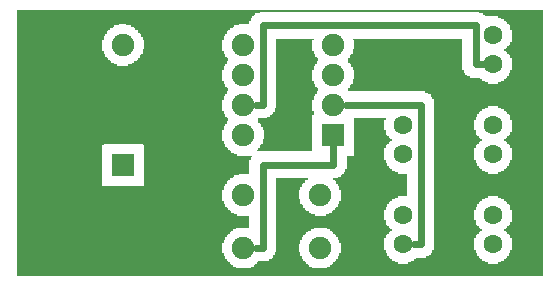
<source format=gbl>
G04 MADE WITH FRITZING*
G04 WWW.FRITZING.ORG*
G04 DOUBLE SIDED*
G04 HOLES PLATED*
G04 CONTOUR ON CENTER OF CONTOUR VECTOR*
%ASAXBY*%
%FSLAX23Y23*%
%MOIN*%
%OFA0B0*%
%SFA1.0B1.0*%
%ADD10C,0.075000*%
%ADD11C,0.062992*%
%ADD12R,0.075000X0.075000*%
%ADD13C,0.024000*%
%LNCOPPER0*%
G90*
G70*
G54D10*
X914Y719D03*
X471Y820D03*
X1011Y96D03*
X755Y96D03*
X1011Y273D03*
X755Y273D03*
G54D11*
X1288Y108D03*
X1288Y206D03*
X1288Y408D03*
X1288Y506D03*
X1588Y108D03*
X1588Y206D03*
X1588Y408D03*
X1588Y506D03*
G54D10*
X1055Y473D03*
X755Y473D03*
X1055Y573D03*
X755Y573D03*
X1055Y673D03*
X755Y673D03*
X1055Y773D03*
X755Y773D03*
G54D11*
X1588Y708D03*
X1588Y806D03*
G54D10*
X355Y373D03*
X355Y773D03*
G54D12*
X1055Y473D03*
X355Y373D03*
G54D13*
X796Y96D02*
X819Y96D01*
D02*
X819Y96D02*
X819Y373D01*
D02*
X819Y373D02*
X1055Y373D01*
D02*
X1055Y373D02*
X1055Y432D01*
D02*
X1096Y573D02*
X1346Y573D01*
D02*
X1346Y573D02*
X1346Y108D01*
D02*
X1346Y108D02*
X1324Y108D01*
D02*
X796Y573D02*
X819Y573D01*
D02*
X819Y573D02*
X819Y838D01*
D02*
X819Y838D02*
X1529Y838D01*
D02*
X1529Y838D02*
X1529Y708D01*
D02*
X1529Y708D02*
X1551Y708D01*
G36*
X865Y794D02*
X865Y564D01*
X860Y564D01*
X860Y549D01*
X855Y549D01*
X855Y544D01*
X850Y544D01*
X850Y539D01*
X845Y539D01*
X845Y534D01*
X835Y534D01*
X835Y529D01*
X805Y529D01*
X805Y514D01*
X810Y514D01*
X810Y509D01*
X815Y509D01*
X815Y499D01*
X820Y499D01*
X820Y489D01*
X825Y489D01*
X825Y459D01*
X820Y459D01*
X820Y444D01*
X815Y444D01*
X815Y439D01*
X810Y439D01*
X810Y429D01*
X805Y429D01*
X805Y424D01*
X800Y424D01*
X800Y419D01*
X985Y419D01*
X985Y539D01*
X990Y539D01*
X990Y554D01*
X985Y554D01*
X985Y589D01*
X990Y589D01*
X990Y604D01*
X995Y604D01*
X995Y609D01*
X1000Y609D01*
X1000Y619D01*
X1005Y619D01*
X1005Y629D01*
X1000Y629D01*
X1000Y634D01*
X995Y634D01*
X995Y644D01*
X990Y644D01*
X990Y654D01*
X985Y654D01*
X985Y689D01*
X990Y689D01*
X990Y704D01*
X995Y704D01*
X995Y709D01*
X1000Y709D01*
X1000Y719D01*
X1005Y719D01*
X1005Y729D01*
X1000Y729D01*
X1000Y734D01*
X995Y734D01*
X995Y744D01*
X990Y744D01*
X990Y754D01*
X985Y754D01*
X985Y789D01*
X990Y789D01*
X990Y794D01*
X865Y794D01*
G37*
D02*
G36*
X0Y889D02*
X0Y884D01*
X1540Y884D01*
X1540Y879D01*
X1555Y879D01*
X1555Y874D01*
X1560Y874D01*
X1560Y869D01*
X1605Y869D01*
X1605Y864D01*
X1615Y864D01*
X1615Y859D01*
X1625Y859D01*
X1625Y854D01*
X1630Y854D01*
X1630Y849D01*
X1635Y849D01*
X1635Y844D01*
X1640Y844D01*
X1640Y839D01*
X1645Y839D01*
X1645Y824D01*
X1650Y824D01*
X1650Y784D01*
X1645Y784D01*
X1645Y774D01*
X1640Y774D01*
X1640Y769D01*
X1635Y769D01*
X1635Y764D01*
X1630Y764D01*
X1630Y759D01*
X1625Y759D01*
X1625Y754D01*
X1630Y754D01*
X1630Y749D01*
X1635Y749D01*
X1635Y744D01*
X1640Y744D01*
X1640Y739D01*
X1645Y739D01*
X1645Y729D01*
X1650Y729D01*
X1650Y689D01*
X1645Y689D01*
X1645Y679D01*
X1640Y679D01*
X1640Y669D01*
X1635Y669D01*
X1635Y664D01*
X1630Y664D01*
X1630Y659D01*
X1625Y659D01*
X1625Y654D01*
X1615Y654D01*
X1615Y649D01*
X1605Y649D01*
X1605Y644D01*
X1755Y644D01*
X1755Y889D01*
X0Y889D01*
G37*
D02*
G36*
X0Y884D02*
X0Y844D01*
X365Y844D01*
X365Y839D01*
X380Y839D01*
X380Y834D01*
X390Y834D01*
X390Y829D01*
X395Y829D01*
X395Y824D01*
X405Y824D01*
X405Y814D01*
X410Y814D01*
X410Y809D01*
X415Y809D01*
X415Y799D01*
X420Y799D01*
X420Y789D01*
X425Y789D01*
X425Y759D01*
X420Y759D01*
X420Y744D01*
X415Y744D01*
X415Y739D01*
X410Y739D01*
X410Y729D01*
X405Y729D01*
X405Y724D01*
X400Y724D01*
X400Y719D01*
X390Y719D01*
X390Y714D01*
X385Y714D01*
X385Y709D01*
X370Y709D01*
X370Y704D01*
X695Y704D01*
X695Y709D01*
X700Y709D01*
X700Y719D01*
X705Y719D01*
X705Y729D01*
X700Y729D01*
X700Y734D01*
X695Y734D01*
X695Y744D01*
X690Y744D01*
X690Y754D01*
X685Y754D01*
X685Y789D01*
X690Y789D01*
X690Y804D01*
X695Y804D01*
X695Y809D01*
X700Y809D01*
X700Y819D01*
X705Y819D01*
X705Y824D01*
X710Y824D01*
X710Y829D01*
X720Y829D01*
X720Y834D01*
X725Y834D01*
X725Y839D01*
X740Y839D01*
X740Y844D01*
X775Y844D01*
X775Y854D01*
X780Y854D01*
X780Y864D01*
X785Y864D01*
X785Y869D01*
X790Y869D01*
X790Y874D01*
X795Y874D01*
X795Y879D01*
X810Y879D01*
X810Y884D01*
X0Y884D01*
G37*
D02*
G36*
X0Y844D02*
X0Y704D01*
X335Y704D01*
X335Y709D01*
X325Y709D01*
X325Y714D01*
X315Y714D01*
X315Y719D01*
X310Y719D01*
X310Y724D01*
X305Y724D01*
X305Y729D01*
X300Y729D01*
X300Y734D01*
X295Y734D01*
X295Y744D01*
X290Y744D01*
X290Y754D01*
X285Y754D01*
X285Y789D01*
X290Y789D01*
X290Y804D01*
X295Y804D01*
X295Y809D01*
X300Y809D01*
X300Y819D01*
X305Y819D01*
X305Y824D01*
X310Y824D01*
X310Y829D01*
X320Y829D01*
X320Y834D01*
X325Y834D01*
X325Y839D01*
X340Y839D01*
X340Y844D01*
X0Y844D01*
G37*
D02*
G36*
X1120Y794D02*
X1120Y789D01*
X1125Y789D01*
X1125Y759D01*
X1120Y759D01*
X1120Y744D01*
X1115Y744D01*
X1115Y739D01*
X1110Y739D01*
X1110Y729D01*
X1105Y729D01*
X1105Y714D01*
X1110Y714D01*
X1110Y709D01*
X1115Y709D01*
X1115Y699D01*
X1120Y699D01*
X1120Y689D01*
X1125Y689D01*
X1125Y659D01*
X1120Y659D01*
X1120Y644D01*
X1570Y644D01*
X1570Y649D01*
X1560Y649D01*
X1560Y654D01*
X1550Y654D01*
X1550Y659D01*
X1545Y659D01*
X1545Y664D01*
X1510Y664D01*
X1510Y669D01*
X1500Y669D01*
X1500Y674D01*
X1495Y674D01*
X1495Y679D01*
X1490Y679D01*
X1490Y689D01*
X1485Y689D01*
X1485Y794D01*
X1120Y794D01*
G37*
D02*
G36*
X0Y704D02*
X0Y699D01*
X690Y699D01*
X690Y704D01*
X0Y704D01*
G37*
D02*
G36*
X0Y704D02*
X0Y699D01*
X690Y699D01*
X690Y704D01*
X0Y704D01*
G37*
D02*
G36*
X0Y699D02*
X0Y444D01*
X420Y444D01*
X420Y439D01*
X425Y439D01*
X425Y304D01*
X695Y304D01*
X695Y309D01*
X700Y309D01*
X700Y319D01*
X705Y319D01*
X705Y324D01*
X710Y324D01*
X710Y329D01*
X720Y329D01*
X720Y334D01*
X725Y334D01*
X725Y339D01*
X740Y339D01*
X740Y344D01*
X775Y344D01*
X775Y389D01*
X780Y389D01*
X780Y399D01*
X785Y399D01*
X785Y404D01*
X735Y404D01*
X735Y409D01*
X725Y409D01*
X725Y414D01*
X715Y414D01*
X715Y419D01*
X710Y419D01*
X710Y424D01*
X705Y424D01*
X705Y429D01*
X700Y429D01*
X700Y434D01*
X695Y434D01*
X695Y444D01*
X690Y444D01*
X690Y454D01*
X685Y454D01*
X685Y489D01*
X690Y489D01*
X690Y504D01*
X695Y504D01*
X695Y509D01*
X700Y509D01*
X700Y519D01*
X705Y519D01*
X705Y529D01*
X700Y529D01*
X700Y534D01*
X695Y534D01*
X695Y544D01*
X690Y544D01*
X690Y554D01*
X685Y554D01*
X685Y589D01*
X690Y589D01*
X690Y604D01*
X695Y604D01*
X695Y609D01*
X700Y609D01*
X700Y619D01*
X705Y619D01*
X705Y629D01*
X700Y629D01*
X700Y634D01*
X695Y634D01*
X695Y644D01*
X690Y644D01*
X690Y654D01*
X685Y654D01*
X685Y689D01*
X690Y689D01*
X690Y699D01*
X0Y699D01*
G37*
D02*
G36*
X1115Y644D02*
X1115Y639D01*
X1755Y639D01*
X1755Y644D01*
X1115Y644D01*
G37*
D02*
G36*
X1115Y644D02*
X1115Y639D01*
X1755Y639D01*
X1755Y644D01*
X1115Y644D01*
G37*
D02*
G36*
X1110Y639D02*
X1110Y629D01*
X1105Y629D01*
X1105Y619D01*
X1360Y619D01*
X1360Y614D01*
X1370Y614D01*
X1370Y609D01*
X1380Y609D01*
X1380Y599D01*
X1385Y599D01*
X1385Y594D01*
X1390Y594D01*
X1390Y569D01*
X1605Y569D01*
X1605Y564D01*
X1615Y564D01*
X1615Y559D01*
X1625Y559D01*
X1625Y554D01*
X1630Y554D01*
X1630Y549D01*
X1635Y549D01*
X1635Y544D01*
X1640Y544D01*
X1640Y539D01*
X1645Y539D01*
X1645Y524D01*
X1650Y524D01*
X1650Y484D01*
X1645Y484D01*
X1645Y474D01*
X1640Y474D01*
X1640Y469D01*
X1635Y469D01*
X1635Y464D01*
X1630Y464D01*
X1630Y459D01*
X1625Y459D01*
X1625Y454D01*
X1630Y454D01*
X1630Y449D01*
X1635Y449D01*
X1635Y444D01*
X1640Y444D01*
X1640Y439D01*
X1645Y439D01*
X1645Y429D01*
X1650Y429D01*
X1650Y389D01*
X1645Y389D01*
X1645Y379D01*
X1640Y379D01*
X1640Y369D01*
X1635Y369D01*
X1635Y364D01*
X1630Y364D01*
X1630Y359D01*
X1625Y359D01*
X1625Y354D01*
X1615Y354D01*
X1615Y349D01*
X1605Y349D01*
X1605Y344D01*
X1755Y344D01*
X1755Y639D01*
X1110Y639D01*
G37*
D02*
G36*
X1390Y569D02*
X1390Y344D01*
X1570Y344D01*
X1570Y349D01*
X1560Y349D01*
X1560Y354D01*
X1550Y354D01*
X1550Y359D01*
X1545Y359D01*
X1545Y364D01*
X1540Y364D01*
X1540Y369D01*
X1535Y369D01*
X1535Y379D01*
X1530Y379D01*
X1530Y389D01*
X1525Y389D01*
X1525Y429D01*
X1530Y429D01*
X1530Y439D01*
X1535Y439D01*
X1535Y444D01*
X1540Y444D01*
X1540Y449D01*
X1545Y449D01*
X1545Y454D01*
X1550Y454D01*
X1550Y459D01*
X1545Y459D01*
X1545Y464D01*
X1540Y464D01*
X1540Y469D01*
X1535Y469D01*
X1535Y474D01*
X1530Y474D01*
X1530Y489D01*
X1525Y489D01*
X1525Y524D01*
X1530Y524D01*
X1530Y534D01*
X1535Y534D01*
X1535Y544D01*
X1540Y544D01*
X1540Y549D01*
X1545Y549D01*
X1545Y554D01*
X1550Y554D01*
X1550Y559D01*
X1560Y559D01*
X1560Y564D01*
X1570Y564D01*
X1570Y569D01*
X1390Y569D01*
G37*
D02*
G36*
X1125Y529D02*
X1125Y404D01*
X1100Y404D01*
X1100Y359D01*
X1095Y359D01*
X1095Y349D01*
X1090Y349D01*
X1090Y344D01*
X1085Y344D01*
X1085Y339D01*
X1080Y339D01*
X1080Y334D01*
X1070Y334D01*
X1070Y329D01*
X1055Y329D01*
X1055Y324D01*
X1060Y324D01*
X1060Y319D01*
X1065Y319D01*
X1065Y309D01*
X1070Y309D01*
X1070Y304D01*
X1075Y304D01*
X1075Y289D01*
X1080Y289D01*
X1080Y254D01*
X1075Y254D01*
X1075Y244D01*
X1070Y244D01*
X1070Y234D01*
X1065Y234D01*
X1065Y229D01*
X1060Y229D01*
X1060Y224D01*
X1055Y224D01*
X1055Y219D01*
X1050Y219D01*
X1050Y214D01*
X1040Y214D01*
X1040Y209D01*
X1030Y209D01*
X1030Y204D01*
X1225Y204D01*
X1225Y224D01*
X1230Y224D01*
X1230Y234D01*
X1235Y234D01*
X1235Y244D01*
X1240Y244D01*
X1240Y249D01*
X1245Y249D01*
X1245Y254D01*
X1250Y254D01*
X1250Y259D01*
X1260Y259D01*
X1260Y264D01*
X1270Y264D01*
X1270Y269D01*
X1300Y269D01*
X1300Y344D01*
X1270Y344D01*
X1270Y349D01*
X1260Y349D01*
X1260Y354D01*
X1250Y354D01*
X1250Y359D01*
X1245Y359D01*
X1245Y364D01*
X1240Y364D01*
X1240Y369D01*
X1235Y369D01*
X1235Y379D01*
X1230Y379D01*
X1230Y389D01*
X1225Y389D01*
X1225Y429D01*
X1230Y429D01*
X1230Y439D01*
X1235Y439D01*
X1235Y444D01*
X1240Y444D01*
X1240Y449D01*
X1245Y449D01*
X1245Y454D01*
X1250Y454D01*
X1250Y459D01*
X1245Y459D01*
X1245Y464D01*
X1240Y464D01*
X1240Y469D01*
X1235Y469D01*
X1235Y474D01*
X1230Y474D01*
X1230Y489D01*
X1225Y489D01*
X1225Y524D01*
X1230Y524D01*
X1230Y529D01*
X1125Y529D01*
G37*
D02*
G36*
X0Y444D02*
X0Y304D01*
X285Y304D01*
X285Y439D01*
X290Y439D01*
X290Y444D01*
X0Y444D01*
G37*
D02*
G36*
X1390Y344D02*
X1390Y339D01*
X1755Y339D01*
X1755Y344D01*
X1390Y344D01*
G37*
D02*
G36*
X1390Y344D02*
X1390Y339D01*
X1755Y339D01*
X1755Y344D01*
X1390Y344D01*
G37*
D02*
G36*
X1390Y339D02*
X1390Y269D01*
X1605Y269D01*
X1605Y264D01*
X1615Y264D01*
X1615Y259D01*
X1625Y259D01*
X1625Y254D01*
X1630Y254D01*
X1630Y249D01*
X1635Y249D01*
X1635Y244D01*
X1640Y244D01*
X1640Y239D01*
X1645Y239D01*
X1645Y224D01*
X1650Y224D01*
X1650Y184D01*
X1645Y184D01*
X1645Y174D01*
X1640Y174D01*
X1640Y169D01*
X1635Y169D01*
X1635Y164D01*
X1630Y164D01*
X1630Y159D01*
X1625Y159D01*
X1625Y154D01*
X1630Y154D01*
X1630Y149D01*
X1635Y149D01*
X1635Y144D01*
X1640Y144D01*
X1640Y139D01*
X1645Y139D01*
X1645Y129D01*
X1650Y129D01*
X1650Y89D01*
X1645Y89D01*
X1645Y79D01*
X1640Y79D01*
X1640Y69D01*
X1635Y69D01*
X1635Y64D01*
X1630Y64D01*
X1630Y59D01*
X1625Y59D01*
X1625Y54D01*
X1615Y54D01*
X1615Y49D01*
X1605Y49D01*
X1605Y44D01*
X1755Y44D01*
X1755Y339D01*
X1390Y339D01*
G37*
D02*
G36*
X865Y329D02*
X865Y204D01*
X995Y204D01*
X995Y209D01*
X980Y209D01*
X980Y214D01*
X975Y214D01*
X975Y219D01*
X965Y219D01*
X965Y224D01*
X960Y224D01*
X960Y229D01*
X955Y229D01*
X955Y239D01*
X950Y239D01*
X950Y244D01*
X945Y244D01*
X945Y259D01*
X940Y259D01*
X940Y289D01*
X945Y289D01*
X945Y299D01*
X950Y299D01*
X950Y309D01*
X955Y309D01*
X955Y314D01*
X960Y314D01*
X960Y324D01*
X970Y324D01*
X970Y329D01*
X865Y329D01*
G37*
D02*
G36*
X0Y304D02*
X0Y299D01*
X690Y299D01*
X690Y304D01*
X0Y304D01*
G37*
D02*
G36*
X0Y304D02*
X0Y299D01*
X690Y299D01*
X690Y304D01*
X0Y304D01*
G37*
D02*
G36*
X0Y299D02*
X0Y29D01*
X730Y29D01*
X730Y34D01*
X720Y34D01*
X720Y39D01*
X715Y39D01*
X715Y44D01*
X710Y44D01*
X710Y49D01*
X705Y49D01*
X705Y54D01*
X700Y54D01*
X700Y59D01*
X695Y59D01*
X695Y69D01*
X690Y69D01*
X690Y79D01*
X685Y79D01*
X685Y114D01*
X690Y114D01*
X690Y124D01*
X695Y124D01*
X695Y134D01*
X700Y134D01*
X700Y139D01*
X705Y139D01*
X705Y144D01*
X710Y144D01*
X710Y149D01*
X715Y149D01*
X715Y154D01*
X720Y154D01*
X720Y159D01*
X730Y159D01*
X730Y164D01*
X775Y164D01*
X775Y204D01*
X735Y204D01*
X735Y209D01*
X725Y209D01*
X725Y214D01*
X715Y214D01*
X715Y219D01*
X710Y219D01*
X710Y224D01*
X705Y224D01*
X705Y229D01*
X700Y229D01*
X700Y234D01*
X695Y234D01*
X695Y244D01*
X690Y244D01*
X690Y254D01*
X685Y254D01*
X685Y289D01*
X690Y289D01*
X690Y299D01*
X0Y299D01*
G37*
D02*
G36*
X1390Y269D02*
X1390Y89D01*
X1385Y89D01*
X1385Y79D01*
X1380Y79D01*
X1380Y74D01*
X1375Y74D01*
X1375Y69D01*
X1365Y69D01*
X1365Y64D01*
X1330Y64D01*
X1330Y59D01*
X1325Y59D01*
X1325Y54D01*
X1315Y54D01*
X1315Y49D01*
X1305Y49D01*
X1305Y44D01*
X1570Y44D01*
X1570Y49D01*
X1560Y49D01*
X1560Y54D01*
X1550Y54D01*
X1550Y59D01*
X1545Y59D01*
X1545Y64D01*
X1540Y64D01*
X1540Y69D01*
X1535Y69D01*
X1535Y79D01*
X1530Y79D01*
X1530Y89D01*
X1525Y89D01*
X1525Y129D01*
X1530Y129D01*
X1530Y139D01*
X1535Y139D01*
X1535Y144D01*
X1540Y144D01*
X1540Y149D01*
X1545Y149D01*
X1545Y154D01*
X1550Y154D01*
X1550Y159D01*
X1545Y159D01*
X1545Y164D01*
X1540Y164D01*
X1540Y169D01*
X1535Y169D01*
X1535Y174D01*
X1530Y174D01*
X1530Y189D01*
X1525Y189D01*
X1525Y224D01*
X1530Y224D01*
X1530Y234D01*
X1535Y234D01*
X1535Y244D01*
X1540Y244D01*
X1540Y249D01*
X1545Y249D01*
X1545Y254D01*
X1550Y254D01*
X1550Y259D01*
X1560Y259D01*
X1560Y264D01*
X1570Y264D01*
X1570Y269D01*
X1390Y269D01*
G37*
D02*
G36*
X865Y204D02*
X865Y199D01*
X1225Y199D01*
X1225Y204D01*
X865Y204D01*
G37*
D02*
G36*
X865Y204D02*
X865Y199D01*
X1225Y199D01*
X1225Y204D01*
X865Y204D01*
G37*
D02*
G36*
X865Y199D02*
X865Y164D01*
X1035Y164D01*
X1035Y159D01*
X1045Y159D01*
X1045Y154D01*
X1050Y154D01*
X1050Y149D01*
X1055Y149D01*
X1055Y144D01*
X1060Y144D01*
X1060Y139D01*
X1065Y139D01*
X1065Y134D01*
X1070Y134D01*
X1070Y124D01*
X1075Y124D01*
X1075Y114D01*
X1080Y114D01*
X1080Y79D01*
X1075Y79D01*
X1075Y69D01*
X1070Y69D01*
X1070Y59D01*
X1065Y59D01*
X1065Y54D01*
X1060Y54D01*
X1060Y49D01*
X1055Y49D01*
X1055Y44D01*
X1270Y44D01*
X1270Y49D01*
X1260Y49D01*
X1260Y54D01*
X1250Y54D01*
X1250Y59D01*
X1245Y59D01*
X1245Y64D01*
X1240Y64D01*
X1240Y69D01*
X1235Y69D01*
X1235Y79D01*
X1230Y79D01*
X1230Y89D01*
X1225Y89D01*
X1225Y129D01*
X1230Y129D01*
X1230Y139D01*
X1235Y139D01*
X1235Y144D01*
X1240Y144D01*
X1240Y149D01*
X1245Y149D01*
X1245Y154D01*
X1250Y154D01*
X1250Y159D01*
X1245Y159D01*
X1245Y164D01*
X1240Y164D01*
X1240Y169D01*
X1235Y169D01*
X1235Y174D01*
X1230Y174D01*
X1230Y189D01*
X1225Y189D01*
X1225Y199D01*
X865Y199D01*
G37*
D02*
G36*
X865Y164D02*
X865Y84D01*
X860Y84D01*
X860Y74D01*
X855Y74D01*
X855Y64D01*
X850Y64D01*
X850Y59D01*
X840Y59D01*
X840Y54D01*
X805Y54D01*
X805Y49D01*
X800Y49D01*
X800Y44D01*
X795Y44D01*
X795Y39D01*
X790Y39D01*
X790Y34D01*
X780Y34D01*
X780Y29D01*
X985Y29D01*
X985Y34D01*
X975Y34D01*
X975Y39D01*
X970Y39D01*
X970Y44D01*
X965Y44D01*
X965Y49D01*
X960Y49D01*
X960Y54D01*
X955Y54D01*
X955Y59D01*
X950Y59D01*
X950Y69D01*
X945Y69D01*
X945Y84D01*
X940Y84D01*
X940Y109D01*
X945Y109D01*
X945Y124D01*
X950Y124D01*
X950Y134D01*
X955Y134D01*
X955Y139D01*
X960Y139D01*
X960Y144D01*
X965Y144D01*
X965Y149D01*
X970Y149D01*
X970Y154D01*
X980Y154D01*
X980Y159D01*
X990Y159D01*
X990Y164D01*
X865Y164D01*
G37*
D02*
G36*
X1050Y44D02*
X1050Y39D01*
X1755Y39D01*
X1755Y44D01*
X1050Y44D01*
G37*
D02*
G36*
X1050Y44D02*
X1050Y39D01*
X1755Y39D01*
X1755Y44D01*
X1050Y44D01*
G37*
D02*
G36*
X1050Y44D02*
X1050Y39D01*
X1755Y39D01*
X1755Y44D01*
X1050Y44D01*
G37*
D02*
G36*
X1045Y39D02*
X1045Y34D01*
X1035Y34D01*
X1035Y29D01*
X1755Y29D01*
X1755Y39D01*
X1045Y39D01*
G37*
D02*
G36*
X0Y29D02*
X0Y24D01*
X1755Y24D01*
X1755Y29D01*
X0Y29D01*
G37*
D02*
G36*
X0Y29D02*
X0Y24D01*
X1755Y24D01*
X1755Y29D01*
X0Y29D01*
G37*
D02*
G36*
X0Y29D02*
X0Y24D01*
X1755Y24D01*
X1755Y29D01*
X0Y29D01*
G37*
D02*
G36*
X0Y24D02*
X0Y4D01*
X1755Y4D01*
X1755Y24D01*
X0Y24D01*
G37*
D02*
G04 End of Copper0*
M02*
</source>
